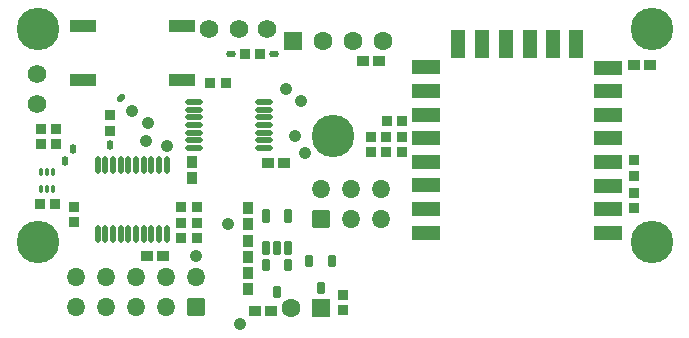
<source format=gbr>
%TF.GenerationSoftware,Altium Limited,Altium Designer,20.1.8 (145)*%
G04 Layer_Color=39423*
%FSLAX45Y45*%
%MOMM*%
%TF.SameCoordinates,F0989897-1A12-473C-90C7-768902EF80F2*%
%TF.FilePolarity,Negative*%
%TF.FileFunction,Soldermask,Top*%
%TF.Part,Single*%
G01*
G75*
%TA.AperFunction,ViaPad*%
%ADD34C,3.60000*%
%TA.AperFunction,ComponentPad*%
%ADD40C,1.57600*%
G04:AMPARAMS|DCode=41|XSize=1.576mm|YSize=1.526mm|CornerRadius=0.21925mm|HoleSize=0mm|Usage=FLASHONLY|Rotation=180.000|XOffset=0mm|YOffset=0mm|HoleType=Round|Shape=RoundedRectangle|*
%AMROUNDEDRECTD41*
21,1,1.57600,1.08750,0,0,180.0*
21,1,1.13750,1.52600,0,0,180.0*
1,1,0.43850,-0.56875,0.54375*
1,1,0.43850,0.56875,0.54375*
1,1,0.43850,0.56875,-0.54375*
1,1,0.43850,-0.56875,-0.54375*
%
%ADD41ROUNDEDRECTD41*%
%ADD42O,1.57600X1.52600*%
%ADD43C,1.60000*%
G04:AMPARAMS|DCode=44|XSize=1.6mm|YSize=1.6mm|CornerRadius=0.2285mm|HoleSize=0mm|Usage=FLASHONLY|Rotation=180.000|XOffset=0mm|YOffset=0mm|HoleType=Round|Shape=RoundedRectangle|*
%AMROUNDEDRECTD44*
21,1,1.60000,1.14300,0,0,180.0*
21,1,1.14300,1.60000,0,0,180.0*
1,1,0.45700,-0.57150,0.57150*
1,1,0.45700,0.57150,0.57150*
1,1,0.45700,0.57150,-0.57150*
1,1,0.45700,-0.57150,-0.57150*
%
%ADD44ROUNDEDRECTD44*%
%TA.AperFunction,SMDPad,CuDef*%
%ADD51C,1.07600*%
G04:AMPARAMS|DCode=52|XSize=0.926mm|YSize=0.926mm|CornerRadius=0.0805mm|HoleSize=0mm|Usage=FLASHONLY|Rotation=0.000|XOffset=0mm|YOffset=0mm|HoleType=Round|Shape=RoundedRectangle|*
%AMROUNDEDRECTD52*
21,1,0.92600,0.76500,0,0,0.0*
21,1,0.76500,0.92600,0,0,0.0*
1,1,0.16100,0.38250,-0.38250*
1,1,0.16100,-0.38250,-0.38250*
1,1,0.16100,-0.38250,0.38250*
1,1,0.16100,0.38250,0.38250*
%
%ADD52ROUNDEDRECTD52*%
G04:AMPARAMS|DCode=53|XSize=0.676mm|YSize=0.976mm|CornerRadius=0.068mm|HoleSize=0mm|Usage=FLASHONLY|Rotation=0.000|XOffset=0mm|YOffset=0mm|HoleType=Round|Shape=RoundedRectangle|*
%AMROUNDEDRECTD53*
21,1,0.67600,0.84000,0,0,0.0*
21,1,0.54000,0.97600,0,0,0.0*
1,1,0.13600,0.27000,-0.42000*
1,1,0.13600,-0.27000,-0.42000*
1,1,0.13600,-0.27000,0.42000*
1,1,0.13600,0.27000,0.42000*
%
%ADD53ROUNDEDRECTD53*%
%ADD54O,0.52600X1.47600*%
G04:AMPARAMS|DCode=55|XSize=0.926mm|YSize=0.976mm|CornerRadius=0.0805mm|HoleSize=0mm|Usage=FLASHONLY|Rotation=270.000|XOffset=0mm|YOffset=0mm|HoleType=Round|Shape=RoundedRectangle|*
%AMROUNDEDRECTD55*
21,1,0.92600,0.81500,0,0,270.0*
21,1,0.76500,0.97600,0,0,270.0*
1,1,0.16100,-0.40750,-0.38250*
1,1,0.16100,-0.40750,0.38250*
1,1,0.16100,0.40750,0.38250*
1,1,0.16100,0.40750,-0.38250*
%
%ADD55ROUNDEDRECTD55*%
G04:AMPARAMS|DCode=56|XSize=0.926mm|YSize=0.976mm|CornerRadius=0.0805mm|HoleSize=0mm|Usage=FLASHONLY|Rotation=180.000|XOffset=0mm|YOffset=0mm|HoleType=Round|Shape=RoundedRectangle|*
%AMROUNDEDRECTD56*
21,1,0.92600,0.81500,0,0,180.0*
21,1,0.76500,0.97600,0,0,180.0*
1,1,0.16100,-0.38250,0.40750*
1,1,0.16100,0.38250,0.40750*
1,1,0.16100,0.38250,-0.40750*
1,1,0.16100,-0.38250,-0.40750*
%
%ADD56ROUNDEDRECTD56*%
%ADD57O,1.47600X0.52600*%
%TA.AperFunction,ConnectorPad*%
G04:AMPARAMS|DCode=58|XSize=1.176mm|YSize=2.376mm|CornerRadius=0.0435mm|HoleSize=0mm|Usage=FLASHONLY|Rotation=270.000|XOffset=0mm|YOffset=0mm|HoleType=Round|Shape=RoundedRectangle|*
%AMROUNDEDRECTD58*
21,1,1.17600,2.28900,0,0,270.0*
21,1,1.08900,2.37600,0,0,270.0*
1,1,0.08700,-1.14450,-0.54450*
1,1,0.08700,-1.14450,0.54450*
1,1,0.08700,1.14450,0.54450*
1,1,0.08700,1.14450,-0.54450*
%
%ADD58ROUNDEDRECTD58*%
G04:AMPARAMS|DCode=59|XSize=1.176mm|YSize=2.376mm|CornerRadius=0.0435mm|HoleSize=0mm|Usage=FLASHONLY|Rotation=0.000|XOffset=0mm|YOffset=0mm|HoleType=Round|Shape=RoundedRectangle|*
%AMROUNDEDRECTD59*
21,1,1.17600,2.28900,0,0,0.0*
21,1,1.08900,2.37600,0,0,0.0*
1,1,0.08700,0.54450,-1.14450*
1,1,0.08700,-0.54450,-1.14450*
1,1,0.08700,-0.54450,1.14450*
1,1,0.08700,0.54450,1.14450*
%
%ADD59ROUNDEDRECTD59*%
%TA.AperFunction,SMDPad,CuDef*%
%ADD60O,0.57600X0.82600*%
G04:AMPARAMS|DCode=61|XSize=0.826mm|YSize=0.576mm|CornerRadius=0mm|HoleSize=0mm|Usage=FLASHONLY|Rotation=45.000|XOffset=0mm|YOffset=0mm|HoleType=Round|Shape=Round|*
%AMOVALD61*
21,1,0.25000,0.57600,0.00000,0.00000,45.0*
1,1,0.57600,-0.08839,-0.08839*
1,1,0.57600,0.08839,0.08839*
%
%ADD61OVALD61*%

%ADD62O,0.82600X0.57600*%
G04:AMPARAMS|DCode=63|XSize=2.176mm|YSize=1.076mm|CornerRadius=0.088mm|HoleSize=0mm|Usage=FLASHONLY|Rotation=180.000|XOffset=0mm|YOffset=0mm|HoleType=Round|Shape=RoundedRectangle|*
%AMROUNDEDRECTD63*
21,1,2.17600,0.90000,0,0,180.0*
21,1,2.00000,1.07600,0,0,180.0*
1,1,0.17600,-1.00000,0.45000*
1,1,0.17600,1.00000,0.45000*
1,1,0.17600,1.00000,-0.45000*
1,1,0.17600,-1.00000,-0.45000*
%
%ADD63ROUNDEDRECTD63*%
G04:AMPARAMS|DCode=64|XSize=0.926mm|YSize=0.926mm|CornerRadius=0.0805mm|HoleSize=0mm|Usage=FLASHONLY|Rotation=90.000|XOffset=0mm|YOffset=0mm|HoleType=Round|Shape=RoundedRectangle|*
%AMROUNDEDRECTD64*
21,1,0.92600,0.76500,0,0,90.0*
21,1,0.76500,0.92600,0,0,90.0*
1,1,0.16100,0.38250,0.38250*
1,1,0.16100,0.38250,-0.38250*
1,1,0.16100,-0.38250,-0.38250*
1,1,0.16100,-0.38250,0.38250*
%
%ADD64ROUNDEDRECTD64*%
G04:AMPARAMS|DCode=65|XSize=0.676mm|YSize=1.126mm|CornerRadius=0.068mm|HoleSize=0mm|Usage=FLASHONLY|Rotation=180.000|XOffset=0mm|YOffset=0mm|HoleType=Round|Shape=RoundedRectangle|*
%AMROUNDEDRECTD65*
21,1,0.67600,0.99000,0,0,180.0*
21,1,0.54000,1.12600,0,0,180.0*
1,1,0.13600,-0.27000,0.49500*
1,1,0.13600,0.27000,0.49500*
1,1,0.13600,0.27000,-0.49500*
1,1,0.13600,-0.27000,-0.49500*
%
%ADD65ROUNDEDRECTD65*%
G04:AMPARAMS|DCode=66|XSize=0.326mm|YSize=0.626mm|CornerRadius=0.0505mm|HoleSize=0mm|Usage=FLASHONLY|Rotation=0.000|XOffset=0mm|YOffset=0mm|HoleType=Round|Shape=RoundedRectangle|*
%AMROUNDEDRECTD66*
21,1,0.32600,0.52500,0,0,0.0*
21,1,0.22500,0.62600,0,0,0.0*
1,1,0.10100,0.11250,-0.26250*
1,1,0.10100,-0.11250,-0.26250*
1,1,0.10100,-0.11250,0.26250*
1,1,0.10100,0.11250,0.26250*
%
%ADD66ROUNDEDRECTD66*%
D34*
X2700000Y1700000D02*
D03*
X200000Y800000D02*
D03*
Y2600000D02*
D03*
X5400000D02*
D03*
Y800000D02*
D03*
D40*
X1905099Y2603500D02*
D03*
X1651099D02*
D03*
X190500Y1968500D02*
D03*
X2139895Y2603500D02*
D03*
X190500Y2222500D02*
D03*
D41*
X1540004Y247460D02*
D03*
X2600960Y995680D02*
D03*
D42*
X1286004Y247460D02*
D03*
X1032004D02*
D03*
X778004D02*
D03*
X524004D02*
D03*
Y501460D02*
D03*
X778004D02*
D03*
X1032004D02*
D03*
X1286004D02*
D03*
X1540004D02*
D03*
X2854960Y995680D02*
D03*
X3108960Y995680D02*
D03*
Y1249680D02*
D03*
X2854960Y1249680D02*
D03*
X2600960Y1249680D02*
D03*
D43*
X2341880Y242570D02*
D03*
X3124700Y2500000D02*
D03*
X2870700D02*
D03*
X2616700D02*
D03*
D44*
X2595880Y242570D02*
D03*
X2362700Y2500000D02*
D03*
D51*
X2464026Y1551070D02*
D03*
X2431750Y1991167D02*
D03*
X2301652Y2091784D02*
D03*
X2375674Y1695900D02*
D03*
X1293180Y1614356D02*
D03*
X1132824Y1809890D02*
D03*
X997544Y1912813D02*
D03*
X1119242Y1654739D02*
D03*
X1813479Y952556D02*
D03*
X1914187Y109220D02*
D03*
X1540004Y683268D02*
D03*
D52*
X2781020Y351068D02*
D03*
Y221068D02*
D03*
X5246709Y1490769D02*
D03*
Y1360769D02*
D03*
X809080Y1741405D02*
D03*
Y1871405D02*
D03*
X1548835Y964960D02*
D03*
Y834960D02*
D03*
X1412580D02*
D03*
Y964960D02*
D03*
X3286760Y1688020D02*
D03*
Y1558020D02*
D03*
X5246709Y1219130D02*
D03*
Y1089130D02*
D03*
X504190Y1099185D02*
D03*
Y969185D02*
D03*
D53*
X2690880Y638660D02*
D03*
X2500880D02*
D03*
X2595880Y408660D02*
D03*
X2319370Y605721D02*
D03*
X2129370D02*
D03*
X2224370Y375721D02*
D03*
D54*
X708180Y868300D02*
D03*
X773180D02*
D03*
X838180D02*
D03*
X903180D02*
D03*
X968180D02*
D03*
X1033180D02*
D03*
X1098180D02*
D03*
X1163180D02*
D03*
X1228180D02*
D03*
X1293180D02*
D03*
X708180Y1453300D02*
D03*
X773180D02*
D03*
X838180D02*
D03*
X903180D02*
D03*
X968180D02*
D03*
X1033180D02*
D03*
X1098180D02*
D03*
X1163180D02*
D03*
X1228180D02*
D03*
X1293180D02*
D03*
D55*
X2285260Y1471295D02*
D03*
X2150261D02*
D03*
X2040425Y218440D02*
D03*
X2175425D02*
D03*
X5381631Y2299264D02*
D03*
X5246632D02*
D03*
X1263020Y683268D02*
D03*
X1128020D02*
D03*
X3092262Y2329784D02*
D03*
X2957262D02*
D03*
D56*
X1502480Y1343280D02*
D03*
Y1478280D02*
D03*
X1977381Y675167D02*
D03*
Y810166D02*
D03*
Y401300D02*
D03*
Y536300D02*
D03*
Y952556D02*
D03*
X1977381Y1087556D02*
D03*
D57*
X1522800Y1855000D02*
D03*
Y1790000D02*
D03*
Y1725000D02*
D03*
Y1660000D02*
D03*
Y1985000D02*
D03*
Y1920000D02*
D03*
Y1595000D02*
D03*
X2112800Y1985000D02*
D03*
Y1920000D02*
D03*
Y1855000D02*
D03*
Y1790000D02*
D03*
Y1725000D02*
D03*
Y1660000D02*
D03*
Y1595000D02*
D03*
D58*
X5031016Y878629D02*
D03*
Y2074969D02*
D03*
X3488916Y2278169D02*
D03*
X5031016Y1076749D02*
D03*
Y1277409D02*
D03*
Y1475529D02*
D03*
Y1678729D02*
D03*
Y1876849D02*
D03*
Y2275629D02*
D03*
X3488916Y2077509D02*
D03*
Y1879389D02*
D03*
X3491456Y1678729D02*
D03*
Y1478069D02*
D03*
Y1279949D02*
D03*
Y1076749D02*
D03*
Y878629D02*
D03*
D59*
X4761616Y2473909D02*
D03*
X4563496D02*
D03*
X4365376D02*
D03*
X4162176D02*
D03*
X3964056D02*
D03*
X3760856D02*
D03*
D60*
X502995Y1591482D02*
D03*
X428035Y1482921D02*
D03*
X809080Y1620731D02*
D03*
D61*
X906462Y2020710D02*
D03*
D62*
X1834268Y2391564D02*
D03*
X2200855D02*
D03*
D63*
X580000Y2625000D02*
D03*
X1420000D02*
D03*
X580000Y2175000D02*
D03*
X1420000D02*
D03*
D64*
X3020060Y1558290D02*
D03*
X3150060D02*
D03*
X3150039Y1691640D02*
D03*
X3020039D02*
D03*
X3156760Y1824990D02*
D03*
X3286760D02*
D03*
X354328Y1627632D02*
D03*
X224328D02*
D03*
X224327Y1757277D02*
D03*
X354327D02*
D03*
X348853Y1122680D02*
D03*
X218853D02*
D03*
X1417565Y1093861D02*
D03*
X1547565D02*
D03*
X1790178Y2146738D02*
D03*
X1660178D02*
D03*
X2082969Y2391564D02*
D03*
X1952969D02*
D03*
D65*
X2129370Y749231D02*
D03*
X2224370Y749231D02*
D03*
X2319370Y749231D02*
D03*
Y1019231D02*
D03*
X2129370D02*
D03*
D66*
X326868Y1396364D02*
D03*
X276868D02*
D03*
X226868D02*
D03*
Y1251364D02*
D03*
X276868D02*
D03*
X326868D02*
D03*
%TF.MD5,449baffaeab1c07fe538a903c82d2459*%
M02*

</source>
